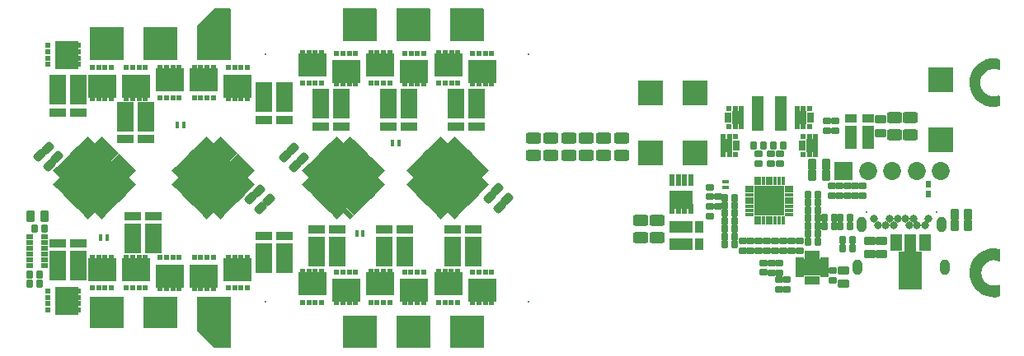
<source format=gbs>
G04*
G04 #@! TF.GenerationSoftware,Altium Limited,Altium Designer,25.7.1 (20)*
G04*
G04 Layer_Color=16711935*
%FSLAX44Y44*%
%MOMM*%
G71*
G04*
G04 #@! TF.SameCoordinates,66F0D8C6-04CA-480C-B019-D4CA667347D7*
G04*
G04*
G04 #@! TF.FilePolarity,Negative*
G04*
G01*
G75*
G04:AMPARAMS|DCode=46|XSize=0.7532mm|YSize=0.8532mm|CornerRadius=0.1566mm|HoleSize=0mm|Usage=FLASHONLY|Rotation=270.000|XOffset=0mm|YOffset=0mm|HoleType=Round|Shape=RoundedRectangle|*
%AMROUNDEDRECTD46*
21,1,0.7532,0.5400,0,0,270.0*
21,1,0.4400,0.8532,0,0,270.0*
1,1,0.3132,-0.2700,-0.2200*
1,1,0.3132,-0.2700,0.2200*
1,1,0.3132,0.2700,0.2200*
1,1,0.3132,0.2700,-0.2200*
%
%ADD46ROUNDEDRECTD46*%
G04:AMPARAMS|DCode=47|XSize=0.7532mm|YSize=0.8532mm|CornerRadius=0.1566mm|HoleSize=0mm|Usage=FLASHONLY|Rotation=180.000|XOffset=0mm|YOffset=0mm|HoleType=Round|Shape=RoundedRectangle|*
%AMROUNDEDRECTD47*
21,1,0.7532,0.5400,0,0,180.0*
21,1,0.4400,0.8532,0,0,180.0*
1,1,0.3132,-0.2200,0.2700*
1,1,0.3132,0.2200,0.2700*
1,1,0.3132,0.2200,-0.2700*
1,1,0.3132,-0.2200,-0.2700*
%
%ADD47ROUNDEDRECTD47*%
G04:AMPARAMS|DCode=48|XSize=1.1032mm|YSize=1.6032mm|CornerRadius=0.1916mm|HoleSize=0mm|Usage=FLASHONLY|Rotation=90.000|XOffset=0mm|YOffset=0mm|HoleType=Round|Shape=RoundedRectangle|*
%AMROUNDEDRECTD48*
21,1,1.1032,1.2200,0,0,90.0*
21,1,0.7200,1.6032,0,0,90.0*
1,1,0.3832,0.6100,0.3600*
1,1,0.3832,0.6100,-0.3600*
1,1,0.3832,-0.6100,-0.3600*
1,1,0.3832,-0.6100,0.3600*
%
%ADD48ROUNDEDRECTD48*%
G04:AMPARAMS|DCode=57|XSize=0.9032mm|YSize=1.2032mm|CornerRadius=0.1716mm|HoleSize=0mm|Usage=FLASHONLY|Rotation=90.000|XOffset=0mm|YOffset=0mm|HoleType=Round|Shape=RoundedRectangle|*
%AMROUNDEDRECTD57*
21,1,0.9032,0.8600,0,0,90.0*
21,1,0.5600,1.2032,0,0,90.0*
1,1,0.3432,0.4300,0.2800*
1,1,0.3432,0.4300,-0.2800*
1,1,0.3432,-0.4300,-0.2800*
1,1,0.3432,-0.4300,0.2800*
%
%ADD57ROUNDEDRECTD57*%
%ADD62R,0.6232X0.7032*%
%ADD67C,0.8032*%
%ADD68C,0.2032*%
%ADD69O,1.0032X1.6032*%
%ADD70R,1.8532X1.8532*%
%ADD71C,1.8532*%
%ADD120R,2.8532X2.4032*%
%ADD121R,0.6032X0.5032*%
%ADD122R,0.6032X0.6032*%
%ADD123R,1.6982X3.1532*%
%ADD124R,1.6982X0.9032*%
G04:AMPARAMS|DCode=125|XSize=0.9032mm|YSize=1.2032mm|CornerRadius=0.1716mm|HoleSize=0mm|Usage=FLASHONLY|Rotation=315.000|XOffset=0mm|YOffset=0mm|HoleType=Round|Shape=RoundedRectangle|*
%AMROUNDEDRECTD125*
21,1,0.9032,0.8600,0,0,315.0*
21,1,0.5600,1.2032,0,0,315.0*
1,1,0.3432,-0.1061,-0.5021*
1,1,0.3432,-0.5021,-0.1061*
1,1,0.3432,0.1061,0.5021*
1,1,0.3432,0.5021,0.1061*
%
%ADD125ROUNDEDRECTD125*%
G04:AMPARAMS|DCode=126|XSize=1.1032mm|YSize=0.5032mm|CornerRadius=0mm|HoleSize=0mm|Usage=FLASHONLY|Rotation=315.000|XOffset=0mm|YOffset=0mm|HoleType=Round|Shape=Rectangle|*
%AMROTATEDRECTD126*
4,1,4,-0.5679,0.2121,-0.2121,0.5679,0.5679,-0.2121,0.2121,-0.5679,-0.5679,0.2121,0.0*
%
%ADD126ROTATEDRECTD126*%

%ADD127R,2.4932X1.2172*%
%ADD128R,0.6032X0.6032*%
%ADD129R,2.4032X2.8532*%
%ADD130R,0.5032X0.6032*%
%ADD131R,2.6532X2.5532*%
%ADD132R,0.9652X1.2172*%
%ADD133R,0.7032X0.4532*%
%ADD134R,0.4032X0.9532*%
%ADD135R,0.9532X0.4032*%
%ADD136R,3.1032X3.1032*%
%ADD137R,0.5032X0.9032*%
%ADD138R,0.9032X0.5032*%
%ADD139R,1.7032X1.7032*%
%ADD140R,0.6032X0.6282*%
%ADD141R,1.1532X1.3532*%
%ADD142R,0.6832X1.0032*%
%ADD143R,1.2172X0.9652*%
%ADD144R,1.2172X2.4932*%
G04:AMPARAMS|DCode=145|XSize=0.9032mm|YSize=1.2032mm|CornerRadius=0.1716mm|HoleSize=0mm|Usage=FLASHONLY|Rotation=180.000|XOffset=0mm|YOffset=0mm|HoleType=Round|Shape=RoundedRectangle|*
%AMROUNDEDRECTD145*
21,1,0.9032,0.8600,0,0,180.0*
21,1,0.5600,1.2032,0,0,180.0*
1,1,0.3432,-0.2800,0.4300*
1,1,0.3432,0.2800,0.4300*
1,1,0.3432,0.2800,-0.4300*
1,1,0.3432,-0.2800,-0.4300*
%
%ADD145ROUNDEDRECTD145*%
%ADD146R,1.2032X1.7032*%
%ADD147R,1.2032X2.0032*%
%ADD148R,2.4032X3.9032*%
G04:AMPARAMS|DCode=149|XSize=1.1032mm|YSize=0.5032mm|CornerRadius=0mm|HoleSize=0mm|Usage=FLASHONLY|Rotation=225.000|XOffset=0mm|YOffset=0mm|HoleType=Round|Shape=Rectangle|*
%AMROTATEDRECTD149*
4,1,4,0.2121,0.5679,0.5679,0.2121,-0.2121,-0.5679,-0.5679,-0.2121,0.2121,0.5679,0.0*
%
%ADD149ROTATEDRECTD149*%

%ADD150P,6.7928X4X270.0*%
%ADD151R,0.4532X0.7032*%
%ADD152R,0.7782X0.5532*%
%ADD153R,2.4382X1.9282*%
%ADD154R,0.6082X1.0132*%
%ADD155R,0.6082X1.1932*%
%ADD156R,1.1832X3.6032*%
G36*
X475401Y174064D02*
Y141035D01*
X440401D01*
Y174780D01*
X474683Y174782D01*
X475401Y174064D01*
D02*
G37*
G36*
X420401Y174061D02*
Y141035D01*
X385401D01*
Y174778D01*
X419683Y174779D01*
X420401Y174061D01*
D02*
G37*
G36*
X365401Y174058D02*
Y141035D01*
X330401D01*
Y174775D01*
X364683Y174777D01*
X365401Y174058D01*
D02*
G37*
G36*
X215401Y174051D02*
Y121035D01*
X180401D01*
Y157088D01*
X198081Y174768D01*
X214683Y174769D01*
X215401Y174051D01*
D02*
G37*
G36*
X160401Y121035D02*
X125401D01*
Y155148D01*
X160401D01*
Y121035D01*
D02*
G37*
G36*
X105401D02*
X70401D01*
Y155148D01*
X105401Y155148D01*
Y121035D01*
D02*
G37*
G36*
X1002656Y122983D02*
X1002969Y122787D01*
D01*
X1003856Y122231D01*
X1005265Y121058D01*
X1005351Y120963D01*
X1005382Y111764D01*
X1005034Y111538D01*
X1004368Y111253D01*
X1004326Y111262D01*
X1004155Y111341D01*
X1001104Y112080D01*
X1000841Y112091D01*
X1000582Y112137D01*
X997444Y112072D01*
X997187Y112015D01*
X996924Y111994D01*
X993907Y111129D01*
X993673Y111008D01*
X993425Y110920D01*
X990728Y109313D01*
X990533Y109137D01*
X990315Y108988D01*
X988119Y106746D01*
X987975Y106525D01*
X987803Y106326D01*
X986253Y103597D01*
X986170Y103347D01*
X986054Y103111D01*
X985253Y100076D01*
X985237Y99813D01*
X985185Y99555D01*
X985186Y96416D01*
X985237Y96158D01*
X985254Y95895D01*
X986056Y92860D01*
X986172Y92624D01*
X986255Y92374D01*
X987806Y89645D01*
X987978Y89446D01*
X988122Y89226D01*
X990319Y86984D01*
X990536Y86835D01*
X990732Y86659D01*
X993429Y85053D01*
X993677Y84965D01*
X993911Y84844D01*
X996929Y83981D01*
X997191Y83959D01*
X997448Y83902D01*
X1000586Y83838D01*
X1000845Y83884D01*
X1001109Y83895D01*
X1004159Y84635D01*
X1004339Y84718D01*
X1004369Y84726D01*
X1005345Y84244D01*
X1005385Y84218D01*
X1005385Y73858D01*
D01*
Y73581D01*
X1005080Y73478D01*
X1000356Y72829D01*
X995594Y73082D01*
X990965Y74228D01*
X986635Y76227D01*
X982760Y79006D01*
X982750Y79016D01*
X982501Y79195D01*
X979220Y82654D01*
X976649Y86671D01*
X974881Y91100D01*
X973980Y95783D01*
X973979Y100552D01*
X974876Y105235D01*
X976640Y109665D01*
X979208Y113684D01*
X982488Y117146D01*
X986361Y119928D01*
X990689Y121929D01*
X995317Y123079D01*
X1000079Y123336D01*
X1002656Y122983D01*
D02*
G37*
G36*
X1004804Y-73286D02*
X1005390Y-73484D01*
X1005390Y-74286D01*
X1005390Y-85287D01*
X1004933Y-85622D01*
X1004377Y-85821D01*
X1001548Y-84999D01*
X1001279Y-84975D01*
X1001015Y-84918D01*
X998069Y-84865D01*
X997803Y-84913D01*
X997534Y-84926D01*
X994676Y-85646D01*
X994432Y-85762D01*
X994176Y-85846D01*
X991607Y-87289D01*
X991402Y-87464D01*
X991176Y-87612D01*
X989074Y-89677D01*
X988922Y-89901D01*
X988743Y-90102D01*
X987255Y-92646D01*
X987167Y-92901D01*
X987047Y-93143D01*
X986277Y-95987D01*
X986258Y-96256D01*
X986206Y-96521D01*
X986207Y-99468D01*
X986260Y-99733D01*
X986279Y-100002D01*
X987052Y-102845D01*
X987172Y-103087D01*
X987260Y-103342D01*
X988751Y-105884D01*
X988930Y-106086D01*
X989082Y-106309D01*
X991186Y-108372D01*
X991412Y-108520D01*
X991617Y-108695D01*
X994188Y-110136D01*
X994444Y-110219D01*
X994688Y-110335D01*
X997546Y-111052D01*
X997816Y-111065D01*
X998082Y-111113D01*
X1001028Y-111057D01*
X1001292Y-110999D01*
X1001560Y-110976D01*
X1004389Y-110150D01*
X1004985Y-110389D01*
X1005382Y-110706D01*
X1005388Y-120907D01*
X1005262Y-121045D01*
X1003856Y-122217D01*
X1002939Y-122792D01*
X1000356Y-123147D01*
X995594Y-122894D01*
X990965Y-121747D01*
X986635Y-119749D01*
X982760Y-116970D01*
X982750Y-116959D01*
X982501Y-116781D01*
X979220Y-113321D01*
X976649Y-109305D01*
X974881Y-104876D01*
X973980Y-100193D01*
X973979Y-95424D01*
X974876Y-90740D01*
X976640Y-86310D01*
X979208Y-82292D01*
X982488Y-78830D01*
X986361Y-76048D01*
X990689Y-74047D01*
X995317Y-72897D01*
X1000079Y-72640D01*
X1004804Y-73286D01*
D02*
G37*
G36*
X160401Y-155148D02*
X125401D01*
Y-122425D01*
X160401D01*
Y-155148D01*
D02*
G37*
G36*
X105401D02*
X70401Y-155149D01*
Y-122425D01*
X105401D01*
Y-155148D01*
D02*
G37*
G36*
X475401Y-174775D02*
X441119Y-174776D01*
X440401Y-174058D01*
Y-142425D01*
X475401D01*
Y-174775D01*
D02*
G37*
G36*
X420401Y-174777D02*
X386119Y-174779D01*
X385401Y-174061D01*
Y-142425D01*
X420401D01*
Y-174777D01*
D02*
G37*
G36*
X365401Y-174780D02*
X331119Y-174782D01*
X330401Y-174063D01*
Y-142425D01*
X365401D01*
Y-174780D01*
D02*
G37*
G36*
X215401Y-174788D02*
X198127Y-174788D01*
X180401Y-157087D01*
Y-122425D01*
X215401D01*
Y-174788D01*
D02*
G37*
D46*
X707400Y-19638D02*
D03*
X707398Y-9634D02*
D03*
X715400Y-29638D02*
D03*
X715398Y-19634D02*
D03*
X707398Y-29634D02*
D03*
X707400Y-39638D02*
D03*
X779297Y24418D02*
D03*
X779298Y14413D02*
D03*
X757298D02*
D03*
X757297Y24418D02*
D03*
X740742Y-74899D02*
D03*
X740741Y-64894D02*
D03*
X782712D02*
D03*
X782713Y-74899D02*
D03*
X791107Y-64894D02*
D03*
X791108Y-74899D02*
D03*
X769530Y14362D02*
D03*
X769529Y24366D02*
D03*
X774318Y-64894D02*
D03*
X774319Y-74899D02*
D03*
X833655Y-95290D02*
D03*
X833656Y-105294D02*
D03*
X778398Y-87634D02*
D03*
X778399Y-97638D02*
D03*
X770399Y-87634D02*
D03*
X770400Y-97638D02*
D03*
X786297Y-104582D02*
D03*
X786298Y-114587D02*
D03*
X778297Y-104582D02*
D03*
X778298Y-114587D02*
D03*
X762298Y-97586D02*
D03*
X762297Y-87582D02*
D03*
X799501Y-64894D02*
D03*
X799502Y-74899D02*
D03*
X765924Y-64894D02*
D03*
X765925Y-74899D02*
D03*
X757531D02*
D03*
X757530Y-64894D02*
D03*
X749135D02*
D03*
X749136Y-74899D02*
D03*
X827757Y48654D02*
D03*
X827756Y58658D02*
D03*
X835757Y48654D02*
D03*
X835756Y58658D02*
D03*
X848298Y-18587D02*
D03*
X848297Y-8582D02*
D03*
X864297D02*
D03*
X864298Y-18587D02*
D03*
X856298Y-18586D02*
D03*
X856297Y-8582D02*
D03*
X832297D02*
D03*
X832298Y-18586D02*
D03*
X840399Y-18638D02*
D03*
X840398Y-8634D02*
D03*
D47*
X772227Y33062D02*
D03*
X782231Y33063D02*
D03*
X752320Y32961D02*
D03*
X762325Y32961D02*
D03*
X808325Y-65661D02*
D03*
X818329Y-65660D02*
D03*
X808325Y-57661D02*
D03*
X818329Y-57660D02*
D03*
X808325Y-49661D02*
D03*
X818329Y-49660D02*
D03*
X808325Y-41661D02*
D03*
X818329Y-41660D02*
D03*
X818381Y-25558D02*
D03*
X808377Y-25559D02*
D03*
X808348Y-17610D02*
D03*
X818353Y-17609D02*
D03*
X818381Y-33558D02*
D03*
X808377Y-33559D02*
D03*
X841372Y-49610D02*
D03*
X851376D02*
D03*
X843372Y-64560D02*
D03*
X853376Y-64559D02*
D03*
X843372Y-72560D02*
D03*
X853376Y-72559D02*
D03*
X835376Y-41559D02*
D03*
X825372Y-41560D02*
D03*
X835376Y-49559D02*
D03*
X825372Y-49560D02*
D03*
X732325Y-20661D02*
D03*
X722320Y-20662D02*
D03*
Y-28662D02*
D03*
X732325Y-28661D02*
D03*
X732377Y-36559D02*
D03*
X722372Y-36560D02*
D03*
X722320Y-44662D02*
D03*
X732325Y-44661D02*
D03*
X722320Y-52661D02*
D03*
X732325Y-52660D02*
D03*
X732376Y-60559D02*
D03*
X722372Y-60560D02*
D03*
X732376Y-68559D02*
D03*
X722372Y-68560D02*
D03*
X8972Y-100051D02*
D03*
X18977Y-100050D02*
D03*
X23976Y-52049D02*
D03*
X13972Y-52050D02*
D03*
X8972Y-109051D02*
D03*
X18976Y-109050D02*
D03*
X851376Y-41610D02*
D03*
X841372D02*
D03*
D48*
X636287Y-61799D02*
D03*
X652797D02*
D03*
Y-43799D02*
D03*
X636287D02*
D03*
X544112Y40701D02*
D03*
Y22701D02*
D03*
X562171Y40701D02*
D03*
Y22701D02*
D03*
X580230Y40701D02*
D03*
Y22701D02*
D03*
X598289Y40701D02*
D03*
Y22701D02*
D03*
X616348Y40701D02*
D03*
Y22701D02*
D03*
X526053Y40701D02*
D03*
Y22701D02*
D03*
X913297Y62201D02*
D03*
X897047D02*
D03*
X913297Y44201D02*
D03*
X897047D02*
D03*
D57*
X844706Y-95318D02*
D03*
Y-109318D02*
D03*
X871348Y-64610D02*
D03*
Y-78610D02*
D03*
X882846Y46201D02*
D03*
Y60201D02*
D03*
X883348Y-78610D02*
D03*
Y-64610D02*
D03*
D62*
X932047Y-17049D02*
D03*
Y-6549D02*
D03*
D67*
X928047Y-48899D02*
D03*
X920047D02*
D03*
X916047Y-41899D02*
D03*
X908047D02*
D03*
X900047D02*
D03*
X896047Y-48899D02*
D03*
X892047Y-41899D02*
D03*
X888047Y-48899D02*
D03*
X880047D02*
D03*
X912047D02*
D03*
X932047Y-41899D02*
D03*
X876047D02*
D03*
D68*
X868047Y-35399D02*
D03*
X940047D02*
D03*
X250996Y-127328D02*
D03*
X521206Y-127318D02*
D03*
Y127322D02*
D03*
X250996D02*
D03*
D69*
X862747Y-47799D02*
D03*
X945347D02*
D03*
X948947Y-91799D02*
D03*
X859147D02*
D03*
D70*
X844546Y7172D02*
D03*
D71*
X944546D02*
D03*
X919546D02*
D03*
X894546D02*
D03*
X869546D02*
D03*
D120*
X403586Y-116188D02*
D03*
X438495Y-109188D02*
D03*
X438610Y116172D02*
D03*
X403677Y109172D02*
D03*
X473541D02*
D03*
X222496Y94322D02*
D03*
X222494Y-94276D02*
D03*
X187596Y101322D02*
D03*
X473406Y-116188D02*
D03*
X187594Y-101328D02*
D03*
X117795Y94322D02*
D03*
X368676Y-109188D02*
D03*
X117794Y-94328D02*
D03*
X368745Y116172D02*
D03*
X152696Y101322D02*
D03*
X152694Y-101328D02*
D03*
X333814Y109172D02*
D03*
X82896Y94322D02*
D03*
X298856Y-109188D02*
D03*
X82894Y-94328D02*
D03*
X298881Y116172D02*
D03*
X333766Y-116188D02*
D03*
D121*
X393836Y-128688D02*
D03*
X400336D02*
D03*
X406836D02*
D03*
X413336D02*
D03*
X448246Y-96688D02*
D03*
X441745D02*
D03*
X435246D02*
D03*
X428745D02*
D03*
X448359Y128672D02*
D03*
X441860D02*
D03*
X435359D02*
D03*
X428859D02*
D03*
X393927Y96672D02*
D03*
X400428D02*
D03*
X406927D02*
D03*
X413428D02*
D03*
X483292D02*
D03*
X476791D02*
D03*
X470291D02*
D03*
X463792D02*
D03*
X212746Y81822D02*
D03*
X219246D02*
D03*
X225746D02*
D03*
X232246D02*
D03*
X232244Y-81776D02*
D03*
X225744D02*
D03*
X219244D02*
D03*
X212744D02*
D03*
X197346Y113822D02*
D03*
X190846D02*
D03*
X184346D02*
D03*
X177846D02*
D03*
X483156Y-128688D02*
D03*
X476656D02*
D03*
X470156D02*
D03*
X463656D02*
D03*
X177844Y-113828D02*
D03*
X184344D02*
D03*
X190844D02*
D03*
X197344D02*
D03*
X108046Y81822D02*
D03*
X114545D02*
D03*
X121046D02*
D03*
X127545D02*
D03*
X358926Y-96688D02*
D03*
X365426D02*
D03*
X371926D02*
D03*
X378426D02*
D03*
X127544Y-81828D02*
D03*
X121044D02*
D03*
X114544D02*
D03*
X108044D02*
D03*
X358996Y128672D02*
D03*
X365495D02*
D03*
X371996D02*
D03*
X378495D02*
D03*
X162446Y113822D02*
D03*
X155946D02*
D03*
X149445D02*
D03*
X142945D02*
D03*
X142944Y-113828D02*
D03*
X149444D02*
D03*
X155944D02*
D03*
X162444D02*
D03*
X343563Y96672D02*
D03*
X337063D02*
D03*
X330564D02*
D03*
X324063D02*
D03*
X73146Y81822D02*
D03*
X79646D02*
D03*
X86146D02*
D03*
X92646D02*
D03*
X289106Y-96688D02*
D03*
X295606D02*
D03*
X302106D02*
D03*
X308606D02*
D03*
X92644Y-81828D02*
D03*
X86144D02*
D03*
X79644D02*
D03*
X73144D02*
D03*
X289132Y128672D02*
D03*
X295632D02*
D03*
X302132D02*
D03*
X308631D02*
D03*
X343516Y-128688D02*
D03*
X337016D02*
D03*
X330516D02*
D03*
X324016D02*
D03*
D122*
X413336Y-97188D02*
D03*
X393836D02*
D03*
X400336D02*
D03*
X406836D02*
D03*
X428745Y-128188D02*
D03*
X435246D02*
D03*
X441745D02*
D03*
X448246D02*
D03*
X428859Y97172D02*
D03*
X448359D02*
D03*
X441860D02*
D03*
X435359D02*
D03*
X413428Y128172D02*
D03*
X406927D02*
D03*
X400428D02*
D03*
X393927D02*
D03*
X337016Y-97188D02*
D03*
X330516D02*
D03*
X324016D02*
D03*
X295632Y97172D02*
D03*
X302132D02*
D03*
X308631D02*
D03*
X142944Y-82328D02*
D03*
X149444D02*
D03*
X155944D02*
D03*
X162446Y82322D02*
D03*
X155946D02*
D03*
X149445D02*
D03*
X365495Y97172D02*
D03*
X371996D02*
D03*
X378495D02*
D03*
X177844Y-82328D02*
D03*
X184344D02*
D03*
X190844D02*
D03*
X476656Y-97188D02*
D03*
X470156D02*
D03*
X463656D02*
D03*
X197346Y82322D02*
D03*
X190846D02*
D03*
X184346D02*
D03*
X463792Y128172D02*
D03*
X470291D02*
D03*
X476791D02*
D03*
X483292D02*
D03*
X232246Y113322D02*
D03*
X225746D02*
D03*
X219246D02*
D03*
X212746D02*
D03*
X212744Y-113276D02*
D03*
X219244D02*
D03*
X225744D02*
D03*
X232244D02*
D03*
X177846Y82322D02*
D03*
X483156Y-97188D02*
D03*
X197344Y-82328D02*
D03*
X127545Y113322D02*
D03*
X121046D02*
D03*
X114545D02*
D03*
X108046D02*
D03*
X378426Y-128188D02*
D03*
X371926D02*
D03*
X365426D02*
D03*
X358926D02*
D03*
X108044Y-113328D02*
D03*
X114544D02*
D03*
X121044D02*
D03*
X127544D02*
D03*
X358996Y97172D02*
D03*
X142945Y82322D02*
D03*
X162444Y-82328D02*
D03*
X324063Y128172D02*
D03*
X330564D02*
D03*
X337063D02*
D03*
X343563D02*
D03*
X92646Y113322D02*
D03*
X86146D02*
D03*
X79646D02*
D03*
X73146D02*
D03*
X308606Y-128188D02*
D03*
X302106D02*
D03*
X295606D02*
D03*
X289106D02*
D03*
X73144Y-113328D02*
D03*
X79644D02*
D03*
X86144D02*
D03*
X92644D02*
D03*
X289132Y97172D02*
D03*
X343516Y-97188D02*
D03*
D123*
X464106Y-75976D02*
D03*
X443046D02*
D03*
X59024Y90724D02*
D03*
X37964D02*
D03*
X128114Y63024D02*
D03*
X107055D02*
D03*
X249524Y83024D02*
D03*
X270584D02*
D03*
X328496Y76024D02*
D03*
X307435D02*
D03*
X398496Y76024D02*
D03*
X377436D02*
D03*
X467883Y76024D02*
D03*
X446823D02*
D03*
X373107Y-75976D02*
D03*
X394168D02*
D03*
X303496Y-75976D02*
D03*
X324556D02*
D03*
X249524Y-82976D02*
D03*
X270584D02*
D03*
X114598Y-62867D02*
D03*
X135658D02*
D03*
X59026Y-90678D02*
D03*
X37966D02*
D03*
D124*
X464106Y-52726D02*
D03*
X443046D02*
D03*
X59024Y67474D02*
D03*
X37964D02*
D03*
X107055Y39774D02*
D03*
X128114D02*
D03*
X249524Y59774D02*
D03*
X270584D02*
D03*
X307435Y52774D02*
D03*
X328496D02*
D03*
X377436Y52774D02*
D03*
X398496D02*
D03*
X467883Y52774D02*
D03*
X446823D02*
D03*
X394168Y-52726D02*
D03*
X373107D02*
D03*
X324556Y-52726D02*
D03*
X303496D02*
D03*
X270584Y-59726D02*
D03*
X249524D02*
D03*
X135658Y-39617D02*
D03*
X114598D02*
D03*
X37966Y-67428D02*
D03*
X59026D02*
D03*
D125*
X27104Y30974D02*
D03*
X246004Y-30926D02*
D03*
X491004Y-29926D02*
D03*
X279104Y29974D02*
D03*
X289004Y20074D02*
D03*
X281004Y12075D02*
D03*
X271104Y21974D02*
D03*
X489104Y-12026D02*
D03*
X499004Y-21926D02*
D03*
X481104Y-20026D02*
D03*
X254004Y-22926D02*
D03*
X244104Y-13026D02*
D03*
X236104Y-21026D02*
D03*
X37004Y21074D02*
D03*
X28884Y13074D02*
D03*
X18984Y22974D02*
D03*
D126*
X304891Y15580D02*
D03*
X308426Y19116D02*
D03*
X223659Y-15532D02*
D03*
X220123Y-19068D02*
D03*
X464217Y-15532D02*
D03*
X460681Y-19068D02*
D03*
X49333Y15580D02*
D03*
X52868Y19116D02*
D03*
X56404Y22651D02*
D03*
X59939Y26186D02*
D03*
X63475Y29722D02*
D03*
X67011Y33258D02*
D03*
X70546Y36793D02*
D03*
X112265Y-4926D02*
D03*
X108730Y-8462D02*
D03*
X105195Y-11997D02*
D03*
X98124Y-19068D02*
D03*
X94588Y-22604D02*
D03*
X91052Y-26139D02*
D03*
X87517Y-29675D02*
D03*
X83981Y-33210D02*
D03*
X80446Y-36746D02*
D03*
X101659Y-15533D02*
D03*
X45797Y12045D02*
D03*
X38726Y4973D02*
D03*
X42262Y8509D02*
D03*
X457146Y-22603D02*
D03*
X453610Y-26139D02*
D03*
X450075Y-29674D02*
D03*
X446539Y-33210D02*
D03*
X443004Y-36745D02*
D03*
X401284Y4974D02*
D03*
X404820Y8510D02*
D03*
X408355Y12045D02*
D03*
X415427Y19116D02*
D03*
X418962Y22652D02*
D03*
X422497Y26187D02*
D03*
X426033Y29723D02*
D03*
X429568Y33258D02*
D03*
X433104Y36794D02*
D03*
X411891Y15581D02*
D03*
X467753Y-11997D02*
D03*
X474823Y-4926D02*
D03*
X471288Y-8461D02*
D03*
X234266Y-4926D02*
D03*
X230730Y-8461D02*
D03*
X227194Y-11997D02*
D03*
X216588Y-22603D02*
D03*
X213052Y-26139D02*
D03*
X209516Y-29674D02*
D03*
X205981Y-33210D02*
D03*
X202446Y-36746D02*
D03*
X160726Y4974D02*
D03*
X164262Y8510D02*
D03*
X167797Y12045D02*
D03*
X174868Y19116D02*
D03*
X178404Y22652D02*
D03*
X181939Y26187D02*
D03*
X185475Y29722D02*
D03*
X189010Y33258D02*
D03*
X192546Y36794D02*
D03*
X171333Y15581D02*
D03*
X311962Y22652D02*
D03*
X315498Y26187D02*
D03*
X319034Y29722D02*
D03*
X322569Y33258D02*
D03*
X326104Y36793D02*
D03*
X367824Y-4926D02*
D03*
X364288Y-8461D02*
D03*
X360752Y-11997D02*
D03*
X353682Y-19068D02*
D03*
X350146Y-22603D02*
D03*
X346611Y-26139D02*
D03*
X343075Y-29675D02*
D03*
X339539Y-33210D02*
D03*
X336004Y-36746D02*
D03*
X357217Y-15533D02*
D03*
X301356Y12045D02*
D03*
X294284Y4974D02*
D03*
X297820Y8510D02*
D03*
D127*
X677628Y-68490D02*
D03*
Y-50730D02*
D03*
D128*
X27496Y116724D02*
D03*
Y123224D02*
D03*
Y129724D02*
D03*
Y-136178D02*
D03*
Y-129678D02*
D03*
Y-123178D02*
D03*
Y-116678D02*
D03*
Y136224D02*
D03*
D129*
X46496Y-126428D02*
D03*
Y126474D02*
D03*
D130*
X58996Y-136178D02*
D03*
Y-129678D02*
D03*
Y-123178D02*
D03*
Y-116678D02*
D03*
Y116724D02*
D03*
Y123224D02*
D03*
Y129724D02*
D03*
Y136224D02*
D03*
D131*
X692242Y25450D02*
D03*
Y87450D02*
D03*
X646348Y25390D02*
D03*
Y87390D02*
D03*
X944297Y100951D02*
D03*
Y38951D02*
D03*
D132*
X696699Y-50730D02*
D03*
Y-68490D02*
D03*
D133*
X723000Y-10250D02*
D03*
Y-3749D02*
D03*
D134*
X782348Y-3610D02*
D03*
X778348D02*
D03*
X774348D02*
D03*
X770348D02*
D03*
X766348D02*
D03*
X758348D02*
D03*
X754348D02*
D03*
Y-43610D02*
D03*
X758348D02*
D03*
X762348D02*
D03*
X766348D02*
D03*
X770348D02*
D03*
X774348D02*
D03*
X778348D02*
D03*
X782348D02*
D03*
X762348Y-3610D02*
D03*
D135*
X748348Y-9610D02*
D03*
Y-13610D02*
D03*
Y-17610D02*
D03*
Y-21610D02*
D03*
Y-25610D02*
D03*
Y-29610D02*
D03*
Y-33610D02*
D03*
Y-37610D02*
D03*
X788348D02*
D03*
Y-33610D02*
D03*
Y-29610D02*
D03*
Y-25610D02*
D03*
Y-21610D02*
D03*
Y-17610D02*
D03*
Y-13610D02*
D03*
Y-9610D02*
D03*
D136*
X768348Y-23610D02*
D03*
D137*
X817348Y-105288D02*
D03*
X812348D02*
D03*
X817348Y-79289D02*
D03*
X807348Y-105288D02*
D03*
Y-79289D02*
D03*
X812348D02*
D03*
D138*
X799348Y-94789D02*
D03*
Y-89789D02*
D03*
Y-84789D02*
D03*
X825348D02*
D03*
Y-89789D02*
D03*
Y-94789D02*
D03*
Y-99789D02*
D03*
X799348D02*
D03*
D139*
X812348Y-92289D02*
D03*
D140*
X720848Y42270D02*
D03*
X727348D02*
D03*
X733848D02*
D03*
Y23510D02*
D03*
X727348D02*
D03*
X720848D02*
D03*
X739649Y52409D02*
D03*
X733150D02*
D03*
X726649D02*
D03*
X733150Y71170D02*
D03*
X739649D02*
D03*
X726649D02*
D03*
X796852Y71170D02*
D03*
X803352D02*
D03*
X809852D02*
D03*
X803352Y52410D02*
D03*
X796852D02*
D03*
X809852D02*
D03*
X815848Y23510D02*
D03*
X809349D02*
D03*
X802848D02*
D03*
Y42270D02*
D03*
X809349D02*
D03*
X815848D02*
D03*
D141*
X724099Y32890D02*
D03*
X736399Y61790D02*
D03*
X800102Y61789D02*
D03*
X812598Y32890D02*
D03*
D142*
X734348D02*
D03*
X726149Y61790D02*
D03*
X810352Y61789D02*
D03*
X802348Y32890D02*
D03*
D143*
X869927Y61051D02*
D03*
X852167D02*
D03*
D144*
X869927Y41981D02*
D03*
X852167D02*
D03*
D145*
X958680Y-49324D02*
D03*
X972680D02*
D03*
X24000Y-39999D02*
D03*
X10000D02*
D03*
X826348Y2390D02*
D03*
X972680Y-38323D02*
D03*
X812348Y13390D02*
D03*
X826348D02*
D03*
X812348Y2390D02*
D03*
X958680Y-38323D02*
D03*
D146*
X898349Y-66611D02*
D03*
X928349D02*
D03*
D147*
X913348Y-68110D02*
D03*
D148*
Y-95610D02*
D03*
D149*
X80445Y36793D02*
D03*
X83981Y33258D02*
D03*
X87517Y29722D02*
D03*
X91052Y26186D02*
D03*
X94588Y22651D02*
D03*
X98123Y19116D02*
D03*
X101659Y15580D02*
D03*
X105194Y12045D02*
D03*
X108730Y8509D02*
D03*
X112265Y4973D02*
D03*
X70546Y-36746D02*
D03*
X59940Y-26139D02*
D03*
X56404Y-22603D02*
D03*
X52869Y-19068D02*
D03*
X49333Y-15533D02*
D03*
X45798Y-11997D02*
D03*
X42262Y-8461D02*
D03*
X63475Y-29674D02*
D03*
X67011Y-33210D02*
D03*
X38726Y-4926D02*
D03*
X433104Y-36745D02*
D03*
X429569Y-33210D02*
D03*
X426034Y-29674D02*
D03*
X422498Y-26139D02*
D03*
X418962Y-22603D02*
D03*
X415427Y-19068D02*
D03*
X411891Y-15532D02*
D03*
X408356Y-11997D02*
D03*
X404821Y-8461D02*
D03*
X401285Y-4926D02*
D03*
X443004Y36793D02*
D03*
X453610Y26187D02*
D03*
X457146Y22651D02*
D03*
X460681Y19116D02*
D03*
X464217Y15580D02*
D03*
X467753Y12045D02*
D03*
X471288Y8510D02*
D03*
X450075Y29722D02*
D03*
X446539Y33258D02*
D03*
X474823Y4974D02*
D03*
X192546Y-36745D02*
D03*
X189010Y-33210D02*
D03*
X185475Y-29674D02*
D03*
X181940Y-26139D02*
D03*
X178404Y-22603D02*
D03*
X174869Y-19068D02*
D03*
X171333Y-15532D02*
D03*
X167797Y-11997D02*
D03*
X164262Y-8461D02*
D03*
X160727Y-4926D02*
D03*
X202446Y36793D02*
D03*
X213052Y26187D02*
D03*
X216588Y22651D02*
D03*
X220123Y19116D02*
D03*
X227194Y12045D02*
D03*
X230730Y8510D02*
D03*
X209516Y29722D02*
D03*
X205981Y33258D02*
D03*
X234265Y4974D02*
D03*
X223659Y15580D02*
D03*
X336004Y36793D02*
D03*
X339539Y33258D02*
D03*
X343075Y29722D02*
D03*
X346610Y26187D02*
D03*
X350145Y22652D02*
D03*
X353681Y19116D02*
D03*
X357217Y15580D02*
D03*
X360752Y12045D02*
D03*
X364288Y8510D02*
D03*
X367823Y4974D02*
D03*
X326104Y-36745D02*
D03*
X315498Y-26139D02*
D03*
X311962Y-22603D02*
D03*
X308426Y-19067D02*
D03*
X304891Y-15532D02*
D03*
X301356Y-11997D02*
D03*
X297820Y-8461D02*
D03*
X319034Y-29674D02*
D03*
X322569Y-33210D02*
D03*
X294284Y-4926D02*
D03*
D150*
X75496Y23D02*
D03*
X438054Y24D02*
D03*
X197496Y24D02*
D03*
X331054Y24D02*
D03*
D151*
X166706Y54682D02*
D03*
X160206D02*
D03*
X381250Y36001D02*
D03*
X387750D02*
D03*
X351250Y-56999D02*
D03*
X344751D02*
D03*
X81750Y-61999D02*
D03*
X88250D02*
D03*
D152*
X9115Y-84678D02*
D03*
X23875Y-66678D02*
D03*
Y-84678D02*
D03*
X9115Y-90678D02*
D03*
Y-78678D02*
D03*
X23875Y-60678D02*
D03*
Y-90678D02*
D03*
X9115Y-72678D02*
D03*
Y-66678D02*
D03*
Y-60678D02*
D03*
X23875Y-72678D02*
D03*
Y-78678D02*
D03*
D153*
X678048Y-22540D02*
D03*
D154*
X681348Y-32214D02*
D03*
X687948D02*
D03*
X674748D02*
D03*
X668148D02*
D03*
D155*
X687948Y-2610D02*
D03*
X681348D02*
D03*
X674748D02*
D03*
X668148D02*
D03*
D156*
X780198Y66390D02*
D03*
X756499D02*
D03*
M02*

</source>
